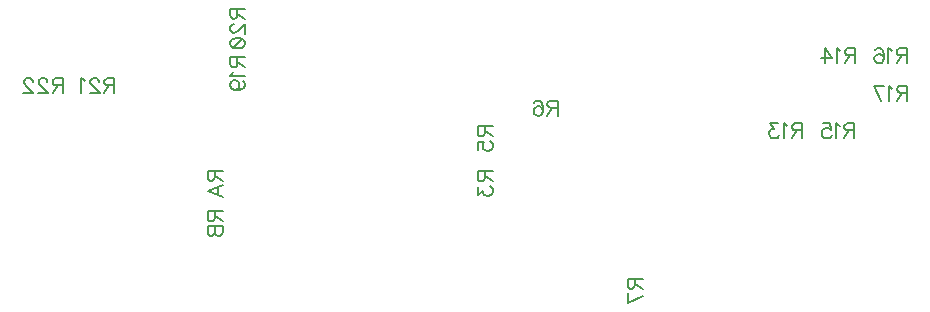
<source format=gbr>
G04 DipTrace 3.1.0.1*
G04 BottomSilk.gbr*
%MOIN*%
G04 #@! TF.FileFunction,Legend,Bot*
G04 #@! TF.Part,Single*
%ADD48C,0.00772*%
%FSLAX26Y26*%
G04*
G70*
G90*
G75*
G01*
G04 BotSilk*
%LPD*%
X2224725Y1201449D2*
D48*
Y1179950D1*
X2222293Y1172765D1*
X2219916Y1170333D1*
X2215163Y1167956D1*
X2210355D1*
X2205601Y1170333D1*
X2203170Y1172765D1*
X2200793Y1179950D1*
Y1201449D1*
X2251033D1*
X2224725Y1184703D2*
X2251033Y1167956D1*
X2200848Y1147708D2*
Y1121455D1*
X2219971Y1135770D1*
Y1128585D1*
X2222348Y1123832D1*
X2224725Y1121455D1*
X2231910Y1119024D1*
X2236663D1*
X2243848Y1121455D1*
X2248656Y1126209D1*
X2251033Y1133394D1*
Y1140579D1*
X2248656Y1147708D1*
X2246225Y1150085D1*
X2241471Y1152517D1*
X2224725Y1351449D2*
Y1329950D1*
X2222293Y1322765D1*
X2219916Y1320333D1*
X2215163Y1317956D1*
X2210355D1*
X2205601Y1320333D1*
X2203170Y1322765D1*
X2200793Y1329950D1*
Y1351449D1*
X2251033D1*
X2224725Y1334703D2*
X2251033Y1317956D1*
X2200848Y1273832D2*
Y1297708D1*
X2222348Y1300085D1*
X2219971Y1297708D1*
X2217540Y1290523D1*
Y1283394D1*
X2219971Y1276209D1*
X2224725Y1271400D1*
X2231910Y1269024D1*
X2236663D1*
X2243848Y1271400D1*
X2248656Y1276209D1*
X2251033Y1283394D1*
Y1290523D1*
X2248656Y1297708D1*
X2246225Y1300085D1*
X2241471Y1302517D1*
X2467163Y1412677D2*
X2445663D1*
X2438478Y1415109D1*
X2436046Y1417486D1*
X2433669Y1422239D1*
Y1427047D1*
X2436046Y1431801D1*
X2438478Y1434233D1*
X2445663Y1436609D1*
X2467163D1*
Y1386369D1*
X2450416Y1412677D2*
X2433669Y1386369D1*
X2389545Y1429424D2*
X2391922Y1434177D1*
X2399107Y1436554D1*
X2403860D1*
X2411045Y1434177D1*
X2415853Y1426992D1*
X2418230Y1415054D1*
Y1403116D1*
X2415853Y1393554D1*
X2411045Y1388746D1*
X2403860Y1386369D1*
X2401483D1*
X2394354Y1388746D1*
X2389545Y1393554D1*
X2387169Y1400739D1*
Y1403116D1*
X2389545Y1410301D1*
X2394354Y1415054D1*
X2401483Y1417431D1*
X2403860D1*
X2411045Y1415054D1*
X2415853Y1410301D1*
X2418230Y1403116D1*
X2724725Y843379D2*
Y821879D1*
X2722293Y814694D1*
X2719916Y812262D1*
X2715163Y809885D1*
X2710355D1*
X2705601Y812262D1*
X2703170Y814694D1*
X2700793Y821879D1*
Y843379D1*
X2751033D1*
X2724725Y826632D2*
X2751033Y809885D1*
Y784884D2*
X2700848Y760953D1*
Y794446D1*
X3282095Y1337677D2*
X3260595D1*
X3253410Y1340109D1*
X3250978Y1342486D1*
X3248602Y1347239D1*
Y1352047D1*
X3250978Y1356801D1*
X3253410Y1359233D1*
X3260595Y1361609D1*
X3282095D1*
Y1311369D1*
X3265348Y1337677D2*
X3248602Y1311369D1*
X3233162Y1351992D2*
X3228354Y1354424D1*
X3221169Y1361554D1*
Y1311369D1*
X3200921Y1361554D2*
X3174668D1*
X3188983Y1342431D1*
X3181798D1*
X3177045Y1340054D1*
X3174668Y1337677D1*
X3172236Y1330492D1*
Y1325739D1*
X3174668Y1318554D1*
X3179421Y1313746D1*
X3186606Y1311369D1*
X3193791D1*
X3200921Y1313746D1*
X3203298Y1316178D1*
X3205730Y1320931D1*
X3458283Y1587677D2*
X3436783D1*
X3429598Y1590109D1*
X3427166Y1592486D1*
X3424790Y1597239D1*
Y1602047D1*
X3427166Y1606801D1*
X3429598Y1609233D1*
X3436783Y1611609D1*
X3458283D1*
Y1561369D1*
X3441537Y1587677D2*
X3424790Y1561369D1*
X3409351Y1601992D2*
X3404542Y1604424D1*
X3397357Y1611554D1*
Y1561369D1*
X3357986D2*
Y1611554D1*
X3381918Y1578116D1*
X3346048D1*
X3457095Y1337677D2*
X3435595D1*
X3428410Y1340109D1*
X3425978Y1342486D1*
X3423602Y1347239D1*
Y1352047D1*
X3425978Y1356801D1*
X3428410Y1359233D1*
X3435595Y1361609D1*
X3457095D1*
Y1311369D1*
X3440348Y1337677D2*
X3423602Y1311369D1*
X3408162Y1351992D2*
X3403354Y1354424D1*
X3396169Y1361554D1*
Y1311369D1*
X3352045Y1361554D2*
X3375921D1*
X3378298Y1340054D1*
X3375921Y1342431D1*
X3368736Y1344862D1*
X3361606D1*
X3354421Y1342431D1*
X3349613Y1337677D1*
X3347236Y1330492D1*
Y1325739D1*
X3349613Y1318554D1*
X3354421Y1313746D1*
X3361606Y1311369D1*
X3368736D1*
X3375921Y1313746D1*
X3378298Y1316178D1*
X3380730Y1320931D1*
X3630879Y1587677D2*
X3609379D1*
X3602194Y1590109D1*
X3599762Y1592486D1*
X3597386Y1597239D1*
Y1602047D1*
X3599762Y1606801D1*
X3602194Y1609233D1*
X3609379Y1611609D1*
X3630879D1*
Y1561369D1*
X3614132Y1587677D2*
X3597386Y1561369D1*
X3581946Y1601992D2*
X3577138Y1604424D1*
X3569953Y1611554D1*
Y1561369D1*
X3525829Y1604424D2*
X3528205Y1609177D1*
X3535390Y1611554D1*
X3540144D1*
X3547329Y1609177D1*
X3552137Y1601992D1*
X3554514Y1590054D1*
Y1578116D1*
X3552137Y1568554D1*
X3547329Y1563746D1*
X3540144Y1561369D1*
X3537767D1*
X3530637Y1563746D1*
X3525829Y1568554D1*
X3523452Y1575739D1*
Y1578116D1*
X3525829Y1585301D1*
X3530637Y1590054D1*
X3537767Y1592431D1*
X3540144D1*
X3547329Y1590054D1*
X3552137Y1585301D1*
X3554514Y1578116D1*
X3632095Y1462677D2*
X3610595D1*
X3603410Y1465109D1*
X3600978Y1467486D1*
X3598602Y1472239D1*
Y1477047D1*
X3600978Y1481801D1*
X3603410Y1484233D1*
X3610595Y1486609D1*
X3632095D1*
Y1436369D1*
X3615348Y1462677D2*
X3598602Y1436369D1*
X3583162Y1476992D2*
X3578354Y1479424D1*
X3571169Y1486554D1*
Y1436369D1*
X3546168D2*
X3522236Y1486554D1*
X3555730D1*
X1399725Y1580907D2*
Y1559407D1*
X1397293Y1552222D1*
X1394916Y1549790D1*
X1390163Y1547413D1*
X1385355D1*
X1380601Y1549790D1*
X1378170Y1552222D1*
X1375793Y1559407D1*
Y1580907D1*
X1426033D1*
X1399725Y1564160D2*
X1426033Y1547413D1*
X1385410Y1531974D2*
X1382978Y1527166D1*
X1375848Y1519981D1*
X1426033D1*
X1392540Y1473425D2*
X1399725Y1475857D1*
X1404533Y1480610D1*
X1406910Y1487795D1*
Y1490171D1*
X1404533Y1497356D1*
X1399725Y1502110D1*
X1392540Y1504541D1*
X1390163D1*
X1382978Y1502110D1*
X1378225Y1497356D1*
X1375848Y1490171D1*
Y1487795D1*
X1378225Y1480610D1*
X1382978Y1475857D1*
X1392540Y1473425D1*
X1404533D1*
X1416471Y1475857D1*
X1423656Y1480610D1*
X1426033Y1487795D1*
Y1492548D1*
X1423656Y1499733D1*
X1418848Y1502109D1*
X1399725Y1742845D2*
Y1721345D1*
X1397293Y1714160D1*
X1394916Y1711728D1*
X1390163Y1709352D1*
X1385355D1*
X1380601Y1711728D1*
X1378170Y1714160D1*
X1375793Y1721345D1*
Y1742845D1*
X1426033D1*
X1399725Y1726098D2*
X1426033Y1709351D1*
X1387786Y1691480D2*
X1385410D1*
X1380601Y1689104D1*
X1378225Y1686727D1*
X1375848Y1681919D1*
Y1672357D1*
X1378225Y1667604D1*
X1380601Y1665227D1*
X1385410Y1662796D1*
X1390163D1*
X1394971Y1665227D1*
X1402101Y1669981D1*
X1426033Y1693912D1*
Y1660419D1*
X1375848Y1630610D2*
X1378225Y1637795D1*
X1385410Y1642603D1*
X1397348Y1644980D1*
X1404533D1*
X1416471Y1642603D1*
X1423656Y1637795D1*
X1426033Y1630610D1*
Y1625856D1*
X1423656Y1618671D1*
X1416471Y1613918D1*
X1404533Y1611486D1*
X1397348D1*
X1385410Y1613918D1*
X1378225Y1618671D1*
X1375848Y1625857D1*
Y1630610D1*
X1385410Y1613918D2*
X1416471Y1642603D1*
X1324725Y1203854D2*
Y1182354D1*
X1322293Y1175169D1*
X1319916Y1172737D1*
X1315163Y1170360D1*
X1310355D1*
X1305601Y1172737D1*
X1303170Y1175169D1*
X1300793Y1182354D1*
Y1203854D1*
X1351033D1*
X1324725Y1187107D2*
X1351033Y1170360D1*
Y1116619D2*
X1300793Y1135798D1*
X1351033Y1154921D1*
X1334286Y1147736D2*
Y1123804D1*
X1324725Y1068379D2*
Y1046879D1*
X1322293Y1039694D1*
X1319916Y1037262D1*
X1315163Y1034885D1*
X1310355D1*
X1305601Y1037262D1*
X1303170Y1039694D1*
X1300793Y1046879D1*
Y1068379D1*
X1351033D1*
X1324725Y1051632D2*
X1351033Y1034885D1*
X1300793Y1019446D2*
X1351033D1*
Y997891D1*
X1348601Y990706D1*
X1346224Y988329D1*
X1341471Y985953D1*
X1334286D1*
X1329478Y988329D1*
X1327101Y990706D1*
X1324725Y997891D1*
X1322293Y990706D1*
X1319916Y988329D1*
X1315163Y985953D1*
X1310355D1*
X1305601Y988329D1*
X1303169Y990706D1*
X1300793Y997891D1*
Y1019446D1*
X1324725D2*
Y997891D1*
X990166Y1487677D2*
X968666D1*
X961481Y1490109D1*
X959049Y1492486D1*
X956672Y1497239D1*
Y1502047D1*
X959049Y1506801D1*
X961481Y1509233D1*
X968666Y1511609D1*
X990166D1*
Y1461369D1*
X973419Y1487677D2*
X956672Y1461369D1*
X938801Y1499616D2*
Y1501992D1*
X936425Y1506801D1*
X934048Y1509177D1*
X929240Y1511554D1*
X919678D1*
X914925Y1509177D1*
X912548Y1506801D1*
X910116Y1501992D1*
Y1497239D1*
X912548Y1492431D1*
X917301Y1485301D1*
X941233Y1461369D1*
X907740D1*
X892301Y1501992D2*
X887492Y1504424D1*
X880307Y1511554D1*
Y1461369D1*
X817845Y1487677D2*
X796345D1*
X789160Y1490109D1*
X786728Y1492486D1*
X784351Y1497239D1*
Y1502047D1*
X786728Y1506801D1*
X789160Y1509233D1*
X796345Y1511609D1*
X817845D1*
Y1461369D1*
X801098Y1487677D2*
X784351Y1461369D1*
X766480Y1499616D2*
Y1501992D1*
X764104Y1506801D1*
X761727Y1509177D1*
X756919Y1511554D1*
X747357D1*
X742604Y1509177D1*
X740227Y1506801D1*
X737795Y1501992D1*
Y1497239D1*
X740227Y1492431D1*
X744981Y1485301D1*
X768912Y1461369D1*
X735419D1*
X717548Y1499616D2*
Y1501992D1*
X715171Y1506801D1*
X712795Y1509177D1*
X707986Y1511554D1*
X698425D1*
X693671Y1509177D1*
X691295Y1506801D1*
X688863Y1501992D1*
Y1497239D1*
X691295Y1492431D1*
X696048Y1485301D1*
X719980Y1461369D1*
X686486D1*
M02*

</source>
